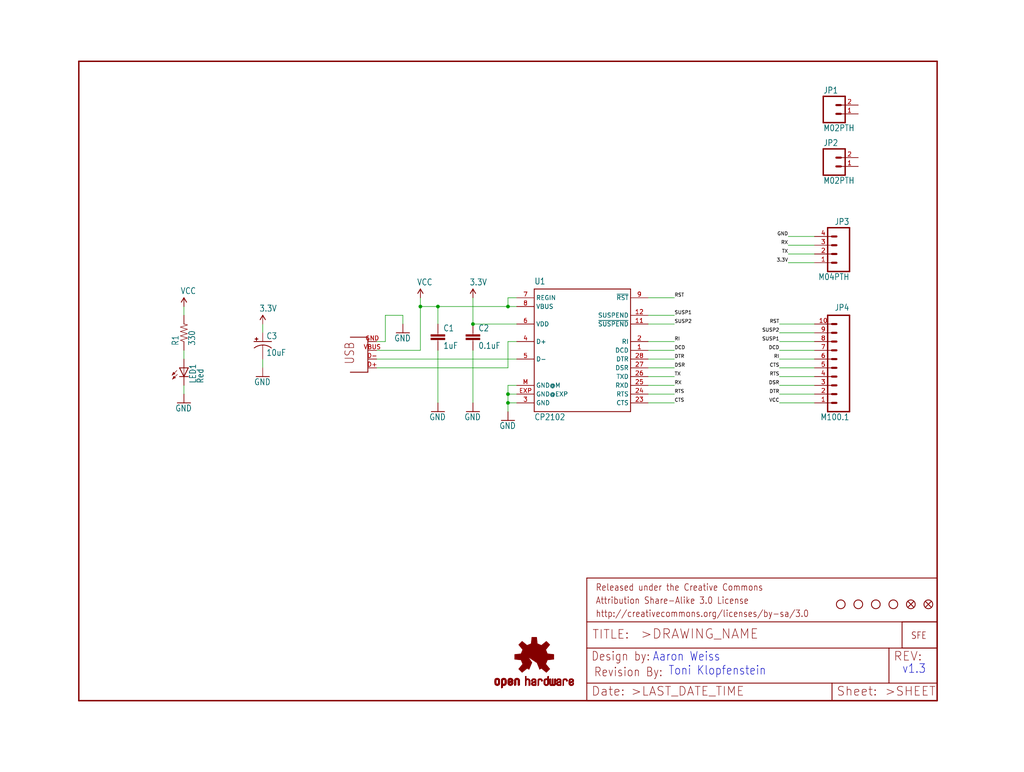
<source format=kicad_sch>
(kicad_sch (version 20211123) (generator eeschema)
  (paper "User" 297.002 223.926)
  (lib_symbols
    (symbol "eagleSchem-eagle-import:0.1UF-25V(+80{slash}-20%)(0603)"
      (property "Reference" "C" (at 1.524 2.921 0))
      (property "Value" "0.1UF-25V(+80{slash}-20%)(0603)" (at 1.524 -2.159 0))
      (symbol "0.1UF-25V(+80{slash}-20%)(0603)_1_0"
        (pin passive line (at 0 5.08 270) (length 2.54) (name "1") (number "1"))
        (pin passive line (at 0 -2.54 90) (length 2.54) (name "2") (number "2"))
      )
    )
    (symbol "eagleSchem-eagle-import:1.0UF-16V-10%(0603)"
      (property "Reference" "C" (at 1.524 2.921 0))
      (property "Value" "1.0UF-16V-10%(0603)" (at 1.524 -2.159 0))
      (symbol "1.0UF-16V-10%(0603)_1_0"
        (pin passive line (at 0 5.08 270) (length 2.54) (name "1") (number "1"))
        (pin passive line (at 0 -2.54 90) (length 2.54) (name "2") (number "2"))
      )
    )
    (symbol "eagleSchem-eagle-import:3.3V" (power)
      (property "Value" "3.3V" (at -1.016 3.556 0))
      (symbol "3.3V_1_0"
        (pin power_in line (at 0 0 90) (length 2.54) (name "3.3V") (number "1"))
      )
    )
    (symbol "eagleSchem-eagle-import:330OHM1{slash}10W1%(0603)"
      (property "Reference" "R" (at -3.81 1.4986 0))
      (property "Value" "330OHM1{slash}10W1%(0603)" (at -3.81 -3.302 0))
      (symbol "330OHM1{slash}10W1%(0603)_1_0"
        (pin passive line (at -5.08 0 0) (length 2.54) (name "1") (number "1"))
        (pin passive line (at 5.08 0 180) (length 2.54) (name "2") (number "2"))
      )
    )
    (symbol "eagleSchem-eagle-import:CAP_POL1206"
      (property "Reference" "C" (at 1.016 0.635 0))
      (property "Value" "CAP_POL1206" (at 1.016 -4.191 0))
      (symbol "CAP_POL1206_1_0"
        (pin passive line (at 0 2.54 270) (length 2.54) (name "+") (number "A"))
        (pin passive line (at 0 -5.08 90) (length 2.54) (name "-") (number "C"))
      )
    )
    (symbol "eagleSchem-eagle-import:CP210X_USB_UART"
      (property "Reference" "IC" (at -12.7 19.05 0))
      (property "Value" "CP210X_USB_UART" (at -12.7 -20.32 0))
      (symbol "CP210X_USB_UART_1_0"
        (pin input line (at 20.32 0 180) (length 5.08) (name "DCD") (number "1"))
        (pin output line (at 20.32 7.62 180) (length 5.08) (name "~{SUSPEND}") (number "11"))
        (pin output line (at 20.32 10.16 180) (length 5.08) (name "SUSPEND") (number "12"))
        (pin input line (at 20.32 2.54 180) (length 5.08) (name "RI") (number "2"))
        (pin input line (at 20.32 -15.24 180) (length 5.08) (name "CTS") (number "23"))
        (pin output line (at 20.32 -12.7 180) (length 5.08) (name "RTS") (number "24"))
        (pin input line (at 20.32 -10.16 180) (length 5.08) (name "RXD") (number "25"))
        (pin output line (at 20.32 -7.62 180) (length 5.08) (name "TXD") (number "26"))
        (pin input line (at 20.32 -5.08 180) (length 5.08) (name "DSR") (number "27"))
        (pin output line (at 20.32 -2.54 180) (length 5.08) (name "DTR") (number "28"))
        (pin power_in line (at -17.78 -15.24 0) (length 5.08) (name "GND") (number "3"))
        (pin bidirectional line (at -17.78 2.54 0) (length 5.08) (name "D+") (number "4"))
        (pin bidirectional line (at -17.78 -2.54 0) (length 5.08) (name "D-") (number "5"))
        (pin power_in line (at -17.78 7.62 0) (length 5.08) (name "VDD") (number "6"))
        (pin passive line (at -17.78 15.24 0) (length 5.08) (name "REGIN") (number "7"))
        (pin input line (at -17.78 12.7 0) (length 5.08) (name "VBUS") (number "8"))
        (pin bidirectional line (at 20.32 15.24 180) (length 5.08) (name "~{RST}") (number "9"))
        (pin power_in line (at -17.78 -12.7 0) (length 5.08) (name "GND@EXP") (number "EXP"))
        (pin power_in line (at -17.78 -10.16 0) (length 5.08) (name "GND@M") (number "M"))
      )
    )
    (symbol "eagleSchem-eagle-import:FIDUCIAL1X2")
    (symbol "eagleSchem-eagle-import:FRAME-LETTER"
      (symbol "FRAME-LETTER_2_0"
        (text ">DRAWING_NAME" (at 15.494 17.78 0) (effects (font (size 2.7432 2.7432)) (justify left bottom)))
        (text ">LAST_DATE_TIME" (at 12.7 1.27 0) (effects (font (size 2.54 2.54)) (justify left bottom)))
        (text ">SHEET" (at 86.36 1.27 0) (effects (font (size 2.54 2.54)) (justify left bottom)))
        (text "Attribution Share-Alike 3.0 License" (at 2.54 27.94 0) (effects (font (size 1.9304 1.6408)) (justify left bottom)))
        (text "Date:" (at 1.27 1.27 0) (effects (font (size 2.54 2.54)) (justify left bottom)))
        (text "Design by:" (at 1.27 11.43 0) (effects (font (size 2.54 2.159)) (justify left bottom)))
        (text "http://creativecommons.org/licenses/by-sa/3.0" (at 2.54 24.13 0) (effects (font (size 1.9304 1.6408)) (justify left bottom)))
        (text "Released under the Creative Commons" (at 2.54 31.75 0) (effects (font (size 1.9304 1.6408)) (justify left bottom)))
        (text "REV:" (at 88.9 11.43 0) (effects (font (size 2.54 2.54)) (justify left bottom)))
        (text "Sheet:" (at 72.39 1.27 0) (effects (font (size 2.54 2.54)) (justify left bottom)))
        (text "TITLE:" (at 1.524 17.78 0) (effects (font (size 2.54 2.54)) (justify left bottom)))
      )
    )
    (symbol "eagleSchem-eagle-import:GND" (power)
      (property "Value" "GND" (at -2.54 -2.54 0))
      (symbol "GND_1_0"
        (pin power_in line (at 0 2.54 270) (length 2.54) (name "GND") (number "1"))
      )
    )
    (symbol "eagleSchem-eagle-import:LED1206"
      (property "Reference" "LED" (at 3.556 -4.572 90))
      (property "Value" "LED1206" (at 5.715 -4.572 90))
      (symbol "LED1206_1_0"
        (pin passive line (at 0 2.54 270) (length 2.54) (name "A") (number "A"))
        (pin passive line (at 0 -5.08 90) (length 2.54) (name "C") (number "C"))
      )
    )
    (symbol "eagleSchem-eagle-import:LOGO-SFENEW"
      (symbol "LOGO-SFENEW_1_0"
        (text "SFE" (at 0 0 0) (effects (font (size 1.9304 1.6408)) (justify left bottom)))
      )
    )
    (symbol "eagleSchem-eagle-import:M02PTH"
      (property "Reference" "JP" (at -2.54 5.842 0))
      (property "Value" "M02PTH" (at -2.54 -5.08 0))
      (symbol "M02PTH_1_0"
        (pin passive line (at 7.62 0 180) (length 5.08) (name "1") (number "1"))
        (pin passive line (at 7.62 2.54 180) (length 5.08) (name "2") (number "2"))
      )
    )
    (symbol "eagleSchem-eagle-import:M04PTH"
      (property "Reference" "JP" (at -5.08 8.382 0))
      (property "Value" "M04PTH" (at -5.08 -7.62 0))
      (symbol "M04PTH_1_0"
        (pin passive line (at 5.08 -2.54 180) (length 5.08) (name "1") (number "1"))
        (pin passive line (at 5.08 0 180) (length 5.08) (name "2") (number "2"))
        (pin passive line (at 5.08 2.54 180) (length 5.08) (name "3") (number "3"))
        (pin passive line (at 5.08 5.08 180) (length 5.08) (name "4") (number "4"))
      )
    )
    (symbol "eagleSchem-eagle-import:M100.1"
      (property "Reference" "JP" (at 0 8.89 0))
      (property "Value" "M100.1" (at 0 -22.86 0))
      (symbol "M100.1_1_0"
        (pin passive line (at 10.16 -17.78 180) (length 5.08) (name "1") (number "1"))
        (pin passive line (at 10.16 5.08 180) (length 5.08) (name "10") (number "10"))
        (pin passive line (at 10.16 -15.24 180) (length 5.08) (name "2") (number "2"))
        (pin passive line (at 10.16 -12.7 180) (length 5.08) (name "3") (number "3"))
        (pin passive line (at 10.16 -10.16 180) (length 5.08) (name "4") (number "4"))
        (pin passive line (at 10.16 -7.62 180) (length 5.08) (name "5") (number "5"))
        (pin passive line (at 10.16 -5.08 180) (length 5.08) (name "6") (number "6"))
        (pin passive line (at 10.16 -2.54 180) (length 5.08) (name "7") (number "7"))
        (pin passive line (at 10.16 0 180) (length 5.08) (name "8") (number "8"))
        (pin passive line (at 10.16 2.54 180) (length 5.08) (name "9") (number "9"))
      )
    )
    (symbol "eagleSchem-eagle-import:OSHW-LOGOS")
    (symbol "eagleSchem-eagle-import:REVISION"
      (symbol "REVISION_1_0"
        (text "Revision By: " (at 0 0 0) (effects (font (size 2.54 2.159)) (justify left bottom)))
      )
    )
    (symbol "eagleSchem-eagle-import:STAND-OFF")
    (symbol "eagleSchem-eagle-import:USBPTH"
      (symbol "USBPTH_1_0"
        (text "USB" (at 3.81 0 900) (effects (font (size 2.54 2.159)) (justify left bottom)))
        (pin bidirectional line (at -2.54 7.62 0) (length 2.54) (name "D+") (number "D+"))
        (pin bidirectional line (at -2.54 5.08 0) (length 2.54) (name "D-") (number "D-"))
        (pin bidirectional line (at -2.54 0 0) (length 2.54) (name "GND") (number "GND"))
        (pin bidirectional line (at -2.54 2.54 0) (length 2.54) (name "VBUS") (number "VBUS"))
      )
    )
    (symbol "eagleSchem-eagle-import:VCC" (power)
      (property "Value" "VCC" (at -1.016 3.556 0))
      (symbol "VCC_1_0"
        (pin power_in line (at 0 0 90) (length 2.54) (name "VCC") (number "1"))
      )
    )
  )
  (junction (at 137.16 93.98))
  (junction (at 147.32 116.84))
  (junction (at 121.92 88.9))
  (junction (at 147.32 88.9))
  (junction (at 147.32 114.3))
  (junction (at 127 88.9))
  (wire (pts (xy 187.96 93.98) (xy 195.58 93.98)))
  (wire (pts (xy 187.96 104.14) (xy 195.58 104.14)))
  (wire (pts (xy 127 88.9) (xy 147.32 88.9)))
  (wire (pts (xy 187.96 116.84) (xy 195.58 116.84)))
  (wire (pts (xy 149.86 99.06) (xy 147.32 99.06)))
  (wire (pts (xy 127 101.6) (xy 127 116.84)))
  (wire (pts (xy 121.92 86.36) (xy 121.92 88.9)))
  (wire (pts (xy 236.22 76.2) (xy 228.6 76.2)))
  (wire (pts (xy 236.22 73.66) (xy 228.6 73.66)))
  (wire (pts (xy 121.92 101.6) (xy 121.92 88.9)))
  (wire (pts (xy 147.32 99.06) (xy 147.32 106.68)))
  (wire (pts (xy 187.96 111.76) (xy 195.58 111.76)))
  (wire (pts (xy 187.96 86.36) (xy 195.58 86.36)))
  (wire (pts (xy 147.32 116.84) (xy 147.32 119.38)))
  (wire (pts (xy 236.22 71.12) (xy 228.6 71.12)))
  (wire (pts (xy 149.86 116.84) (xy 147.32 116.84)))
  (wire (pts (xy 236.22 111.76) (xy 226.06 111.76)))
  (wire (pts (xy 236.22 101.6) (xy 226.06 101.6)))
  (wire (pts (xy 149.86 114.3) (xy 147.32 114.3)))
  (wire (pts (xy 116.84 93.98) (xy 116.84 91.44)))
  (wire (pts (xy 236.22 96.52) (xy 226.06 96.52)))
  (wire (pts (xy 111.76 91.44) (xy 111.76 99.06)))
  (wire (pts (xy 236.22 68.58) (xy 228.6 68.58)))
  (wire (pts (xy 187.96 101.6) (xy 195.58 101.6)))
  (wire (pts (xy 187.96 99.06) (xy 195.58 99.06)))
  (wire (pts (xy 121.92 88.9) (xy 127 88.9)))
  (wire (pts (xy 111.76 99.06) (xy 109.22 99.06)))
  (wire (pts (xy 147.32 86.36) (xy 147.32 88.9)))
  (wire (pts (xy 76.2 106.68) (xy 76.2 104.14)))
  (wire (pts (xy 236.22 109.22) (xy 226.06 109.22)))
  (wire (pts (xy 187.96 109.22) (xy 195.58 109.22)))
  (wire (pts (xy 236.22 104.14) (xy 226.06 104.14)))
  (wire (pts (xy 147.32 111.76) (xy 147.32 114.3)))
  (wire (pts (xy 149.86 93.98) (xy 137.16 93.98)))
  (wire (pts (xy 137.16 93.98) (xy 137.16 86.36)))
  (wire (pts (xy 236.22 99.06) (xy 226.06 99.06)))
  (wire (pts (xy 149.86 111.76) (xy 147.32 111.76)))
  (wire (pts (xy 76.2 93.98) (xy 76.2 96.52)))
  (wire (pts (xy 127 93.98) (xy 127 88.9)))
  (wire (pts (xy 236.22 106.68) (xy 226.06 106.68)))
  (wire (pts (xy 149.86 88.9) (xy 147.32 88.9)))
  (wire (pts (xy 187.96 91.44) (xy 195.58 91.44)))
  (wire (pts (xy 149.86 86.36) (xy 147.32 86.36)))
  (wire (pts (xy 147.32 106.68) (xy 109.22 106.68)))
  (wire (pts (xy 53.34 104.14) (xy 53.34 101.6)))
  (wire (pts (xy 236.22 116.84) (xy 226.06 116.84)))
  (wire (pts (xy 116.84 91.44) (xy 111.76 91.44)))
  (wire (pts (xy 236.22 93.98) (xy 226.06 93.98)))
  (wire (pts (xy 109.22 101.6) (xy 121.92 101.6)))
  (wire (pts (xy 187.96 114.3) (xy 195.58 114.3)))
  (wire (pts (xy 147.32 114.3) (xy 147.32 116.84)))
  (wire (pts (xy 187.96 106.68) (xy 195.58 106.68)))
  (wire (pts (xy 236.22 114.3) (xy 226.06 114.3)))
  (wire (pts (xy 53.34 114.3) (xy 53.34 111.76)))
  (wire (pts (xy 109.22 104.14) (xy 149.86 104.14)))
  (wire (pts (xy 53.34 88.9) (xy 53.34 91.44)))
  (wire (pts (xy 137.16 101.6) (xy 137.16 116.84)))
  (text "Aaron Weiss" (at 189.23 192.024 180) (effects (font (size 2.54 2.159)) (justify left bottom)))
  (text "Toni Klopfenstein" (at 193.802 196.088 180) (effects (font (size 2.54 2.159)) (justify left bottom)))
  (text "v1.3" (at 261.62 195.58 180) (effects (font (size 2.54 2.159)) (justify left bottom)))
  (label "GND" (at 228.6 68.58 180) (effects (font (size 0.9957 0.9957))))
  (label "DCD" (at 195.58 101.6 0) (effects (font (size 0.9957 0.9957))))
  (label "SUSP1" (at 226.06 99.06 180) (effects (font (size 0.9957 0.9957))))
  (label "RI" (at 226.06 104.14 180) (effects (font (size 0.9957 0.9957))))
  (label "RST" (at 226.06 93.98 180) (effects (font (size 0.9957 0.9957))))
  (label "TX" (at 195.58 109.22 0) (effects (font (size 0.9957 0.9957))))
  (label "DSR" (at 226.06 111.76 180) (effects (font (size 0.9957 0.9957))))
  (label "RST" (at 195.58 86.36 0) (effects (font (size 0.9957 0.9957))))
  (label "DTR" (at 226.06 114.3 180) (effects (font (size 0.9957 0.9957))))
  (label "SUSP2" (at 226.06 96.52 180) (effects (font (size 0.9957 0.9957))))
  (label "DTR" (at 195.58 104.14 0) (effects (font (size 0.9957 0.9957))))
  (label "CTS" (at 195.58 116.84 0) (effects (font (size 0.9957 0.9957))))
  (label "RTS" (at 195.58 114.3 0) (effects (font (size 0.9957 0.9957))))
  (label "RX" (at 195.58 111.76 0) (effects (font (size 0.9957 0.9957))))
  (label "SUSP1" (at 195.58 91.44 0) (effects (font (size 0.9957 0.9957))))
  (label "RI" (at 195.58 99.06 0) (effects (font (size 0.9957 0.9957))))
  (label "TX" (at 228.6 73.66 180) (effects (font (size 0.9957 0.9957))))
  (label "RX" (at 228.6 71.12 180) (effects (font (size 0.9957 0.9957))))
  (label "DSR" (at 195.58 106.68 0) (effects (font (size 0.9957 0.9957))))
  (label "3.3V" (at 228.6 76.2 180) (effects (font (size 0.9957 0.9957))))
  (label "VCC" (at 226.06 116.84 180) (effects (font (size 0.9957 0.9957))))
  (label "CTS" (at 226.06 106.68 180) (effects (font (size 0.9957 0.9957))))
  (label "SUSP2" (at 195.58 93.98 0) (effects (font (size 0.9957 0.9957))))
  (label "RTS" (at 226.06 109.22 180) (effects (font (size 0.9957 0.9957))))
  (label "DCD" (at 226.06 101.6 180) (effects (font (size 0.9957 0.9957))))
  (symbol (lib_id "eagleSchem-eagle-import:STAND-OFF") (at 259.08 175.26 0) (unit 1)
    (property "Reference" "U$9" (effects hide))
    (property "Value" "STAND-OFF" (effects hide))
    (property "Footprint" "eagleSchem:STAND-OFF" (effects hide))
  )
  (symbol (lib_id "eagleSchem-eagle-import:330OHM1{slash}10W1%(0603)") (at 53.34 96.52 90) (unit 1)
    (property "Reference" "R1" (at 51.8414 100.33 0) (effects (font (size 1.778 1.5113)) (justify left bottom)))
    (property "Value" "330" (at 56.642 100.33 0) (effects (font (size 1.778 1.5113)) (justify left bottom)))
    (property "Footprint" "eagleSchem:0603-RES" (effects hide))
  )
  (symbol (lib_id "eagleSchem-eagle-import:GND") (at 127 119.38 0) (unit 1)
    (property "Reference" "#GND6" (effects hide))
    (property "Value" "GND" (at 124.46 121.92 0) (effects (font (size 1.778 1.5113)) (justify left bottom)))
    (property "Footprint" "eagleSchem:" (effects hide))
  )
  (symbol (lib_id "eagleSchem-eagle-import:VCC") (at 53.34 88.9 0) (unit 1)
    (property "Reference" "#P+3" (effects hide))
    (property "Value" "VCC" (at 52.324 85.344 0) (effects (font (size 1.778 1.5113)) (justify left bottom)))
    (property "Footprint" "eagleSchem:" (effects hide))
  )
  (symbol (lib_id "eagleSchem-eagle-import:LOGO-SFENEW") (at 264.16 185.42 0) (unit 1)
    (property "Reference" "U$1" (effects hide))
    (property "Value" "LOGO-SFENEW" (effects hide))
    (property "Footprint" "eagleSchem:SFE-NEW-WEBLOGO" (effects hide))
  )
  (symbol (lib_id "eagleSchem-eagle-import:REVISION") (at 172.212 196.342 0) (unit 1)
    (property "Reference" "U$4" (effects hide))
    (property "Value" "REVISION" (effects hide))
    (property "Footprint" "eagleSchem:REVISION" (effects hide))
  )
  (symbol (lib_id "eagleSchem-eagle-import:FRAME-LETTER") (at 22.86 203.2 0) (unit 1)
    (property "Reference" "FRAME1" (effects hide))
    (property "Value" "FRAME-LETTER" (effects hide))
    (property "Footprint" "eagleSchem:CREATIVE_COMMONS" (effects hide))
  )
  (symbol (lib_id "eagleSchem-eagle-import:GND") (at 137.16 119.38 0) (unit 1)
    (property "Reference" "#GND5" (effects hide))
    (property "Value" "GND" (at 134.62 121.92 0) (effects (font (size 1.778 1.5113)) (justify left bottom)))
    (property "Footprint" "eagleSchem:" (effects hide))
  )
  (symbol (lib_id "eagleSchem-eagle-import:GND") (at 116.84 96.52 0) (unit 1)
    (property "Reference" "#GND2" (effects hide))
    (property "Value" "GND" (at 114.3 99.06 0) (effects (font (size 1.778 1.5113)) (justify left bottom)))
    (property "Footprint" "eagleSchem:" (effects hide))
  )
  (symbol (lib_id "eagleSchem-eagle-import:STAND-OFF") (at 243.84 175.26 0) (unit 1)
    (property "Reference" "U$6" (effects hide))
    (property "Value" "STAND-OFF" (effects hide))
    (property "Footprint" "eagleSchem:STAND-OFF" (effects hide))
  )
  (symbol (lib_id "eagleSchem-eagle-import:1.0UF-16V-10%(0603)") (at 127 99.06 0) (unit 1)
    (property "Reference" "C1" (at 128.524 96.139 0) (effects (font (size 1.778 1.5113)) (justify left bottom)))
    (property "Value" "1uF" (at 128.524 101.219 0) (effects (font (size 1.778 1.5113)) (justify left bottom)))
    (property "Footprint" "eagleSchem:0603-CAP" (effects hide))
  )
  (symbol (lib_id "eagleSchem-eagle-import:CAP_POL1206") (at 76.2 99.06 0) (unit 1)
    (property "Reference" "C3" (at 77.216 98.425 0) (effects (font (size 1.778 1.5113)) (justify left bottom)))
    (property "Value" "10uF" (at 77.216 103.251 0) (effects (font (size 1.778 1.5113)) (justify left bottom)))
    (property "Footprint" "eagleSchem:EIA3216" (effects hide))
  )
  (symbol (lib_id "eagleSchem-eagle-import:CP210X_USB_UART") (at 167.64 101.6 0) (unit 1)
    (property "Reference" "U1" (at 154.94 82.55 0) (effects (font (size 1.778 1.5113)) (justify left bottom)))
    (property "Value" "CP2102" (at 154.94 121.92 0) (effects (font (size 1.778 1.5113)) (justify left bottom)))
    (property "Footprint" "eagleSchem:MLP28" (effects hide))
  )
  (symbol (lib_id "eagleSchem-eagle-import:M100.1") (at 246.38 99.06 0) (mirror y) (unit 1)
    (property "Reference" "JP4" (at 246.38 90.17 0) (effects (font (size 1.778 1.5113)) (justify left bottom)))
    (property "Value" "M100.1" (at 246.38 121.92 0) (effects (font (size 1.778 1.5113)) (justify left bottom)))
    (property "Footprint" "eagleSchem:1X10" (effects hide))
  )
  (symbol (lib_id "eagleSchem-eagle-import:VCC") (at 121.92 86.36 0) (unit 1)
    (property "Reference" "#P+4" (effects hide))
    (property "Value" "VCC" (at 120.904 82.804 0) (effects (font (size 1.778 1.5113)) (justify left bottom)))
    (property "Footprint" "eagleSchem:" (effects hide))
  )
  (symbol (lib_id "eagleSchem-eagle-import:M02PTH") (at 241.3 33.02 0) (unit 1)
    (property "Reference" "JP1" (at 238.76 27.178 0) (effects (font (size 1.778 1.5113)) (justify left bottom)))
    (property "Value" "M02PTH" (at 238.76 38.1 0) (effects (font (size 1.778 1.5113)) (justify left bottom)))
    (property "Footprint" "eagleSchem:1X02" (effects hide))
  )
  (symbol (lib_id "eagleSchem-eagle-import:LED1206") (at 53.34 106.68 0) (unit 1)
    (property "Reference" "LED1" (at 56.896 111.252 90) (effects (font (size 1.778 1.5113)) (justify left bottom)))
    (property "Value" "Red" (at 59.055 111.252 90) (effects (font (size 1.778 1.5113)) (justify left bottom)))
    (property "Footprint" "eagleSchem:LED-1206" (effects hide))
  )
  (symbol (lib_id "eagleSchem-eagle-import:M04PTH") (at 241.3 73.66 0) (mirror y) (unit 1)
    (property "Reference" "JP3" (at 246.38 65.278 0) (effects (font (size 1.778 1.5113)) (justify left bottom)))
    (property "Value" "M04PTH" (at 246.38 81.28 0) (effects (font (size 1.778 1.5113)) (justify left bottom)))
    (property "Footprint" "eagleSchem:1X04" (effects hide))
  )
  (symbol (lib_id "eagleSchem-eagle-import:STAND-OFF") (at 248.92 175.26 0) (unit 1)
    (property "Reference" "U$7" (effects hide))
    (property "Value" "STAND-OFF" (effects hide))
    (property "Footprint" "eagleSchem:STAND-OFF" (effects hide))
  )
  (symbol (lib_id "eagleSchem-eagle-import:STAND-OFF") (at 254 175.26 0) (unit 1)
    (property "Reference" "U$8" (effects hide))
    (property "Value" "STAND-OFF" (effects hide))
    (property "Footprint" "eagleSchem:STAND-OFF" (effects hide))
  )
  (symbol (lib_id "eagleSchem-eagle-import:FRAME-LETTER") (at 170.18 203.2 0) (unit 2)
    (property "Reference" "FRAME1" (effects hide))
    (property "Value" "FRAME-LETTER" (effects hide))
    (property "Footprint" "eagleSchem:CREATIVE_COMMONS" (effects hide))
  )
  (symbol (lib_id "eagleSchem-eagle-import:GND") (at 147.32 121.92 0) (unit 1)
    (property "Reference" "#GND1" (effects hide))
    (property "Value" "GND" (at 144.78 124.46 0) (effects (font (size 1.778 1.5113)) (justify left bottom)))
    (property "Footprint" "eagleSchem:" (effects hide))
  )
  (symbol (lib_id "eagleSchem-eagle-import:3.3V") (at 137.16 86.36 0) (unit 1)
    (property "Reference" "#P+2" (effects hide))
    (property "Value" "3.3V" (at 136.144 82.804 0) (effects (font (size 1.778 1.5113)) (justify left bottom)))
    (property "Footprint" "eagleSchem:" (effects hide))
  )
  (symbol (lib_id "eagleSchem-eagle-import:GND") (at 53.34 116.84 0) (unit 1)
    (property "Reference" "#GND4" (effects hide))
    (property "Value" "GND" (at 50.8 119.38 0) (effects (font (size 1.778 1.5113)) (justify left bottom)))
    (property "Footprint" "eagleSchem:" (effects hide))
  )
  (symbol (lib_id "eagleSchem-eagle-import:FIDUCIAL1X2") (at 264.16 175.26 0) (unit 1)
    (property "Reference" "FID1" (effects hide))
    (property "Value" "FIDUCIAL1X2" (effects hide))
    (property "Footprint" "eagleSchem:FIDUCIAL-1X2" (effects hide))
  )
  (symbol (lib_id "eagleSchem-eagle-import:USBPTH") (at 106.68 99.06 180) (unit 1)
    (property "Reference" "X1" (effects hide))
    (property "Value" "USBPTH" (effects hide))
    (property "Footprint" "eagleSchem:USB-B-PTH" (effects hide))
  )
  (symbol (lib_id "eagleSchem-eagle-import:OSHW-LOGOS") (at 154.94 190.5 0) (unit 1)
    (property "Reference" "LOGO1" (effects hide))
    (property "Value" "OSHW-LOGOS" (effects hide))
    (property "Footprint" "eagleSchem:OSHW-LOGO-S" (effects hide))
  )
  (symbol (lib_id "eagleSchem-eagle-import:3.3V") (at 76.2 93.98 0) (unit 1)
    (property "Reference" "#P+1" (effects hide))
    (property "Value" "3.3V" (at 75.184 90.424 0) (effects (font (size 1.778 1.5113)) (justify left bottom)))
    (property "Footprint" "eagleSchem:" (effects hide))
  )
  (symbol (lib_id "eagleSchem-eagle-import:FIDUCIAL1X2") (at 269.24 175.26 0) (unit 1)
    (property "Reference" "FID2" (effects hide))
    (property "Value" "FIDUCIAL1X2" (effects hide))
    (property "Footprint" "eagleSchem:FIDUCIAL-1X2" (effects hide))
  )
  (symbol (lib_id "eagleSchem-eagle-import:0.1UF-25V(+80{slash}-20%)(0603)") (at 137.16 99.06 0) (unit 1)
    (property "Reference" "C2" (at 138.684 96.139 0) (effects (font (size 1.778 1.5113)) (justify left bottom)))
    (property "Value" "0.1uF" (at 138.684 101.219 0) (effects (font (size 1.778 1.5113)) (justify left bottom)))
    (property "Footprint" "eagleSchem:0603-CAP" (effects hide))
  )
  (symbol (lib_id "eagleSchem-eagle-import:M02PTH") (at 241.3 48.26 0) (unit 1)
    (property "Reference" "JP2" (at 238.76 42.418 0) (effects (font (size 1.778 1.5113)) (justify left bottom)))
    (property "Value" "M02PTH" (at 238.76 53.34 0) (effects (font (size 1.778 1.5113)) (justify left bottom)))
    (property "Footprint" "eagleSchem:1X02" (effects hide))
  )
  (symbol (lib_id "eagleSchem-eagle-import:GND") (at 76.2 109.22 0) (unit 1)
    (property "Reference" "#GND3" (effects hide))
    (property "Value" "GND" (at 73.66 111.76 0) (effects (font (size 1.778 1.5113)) (justify left bottom)))
    (property "Footprint" "eagleSchem:" (effects hide))
  )
)
</source>
